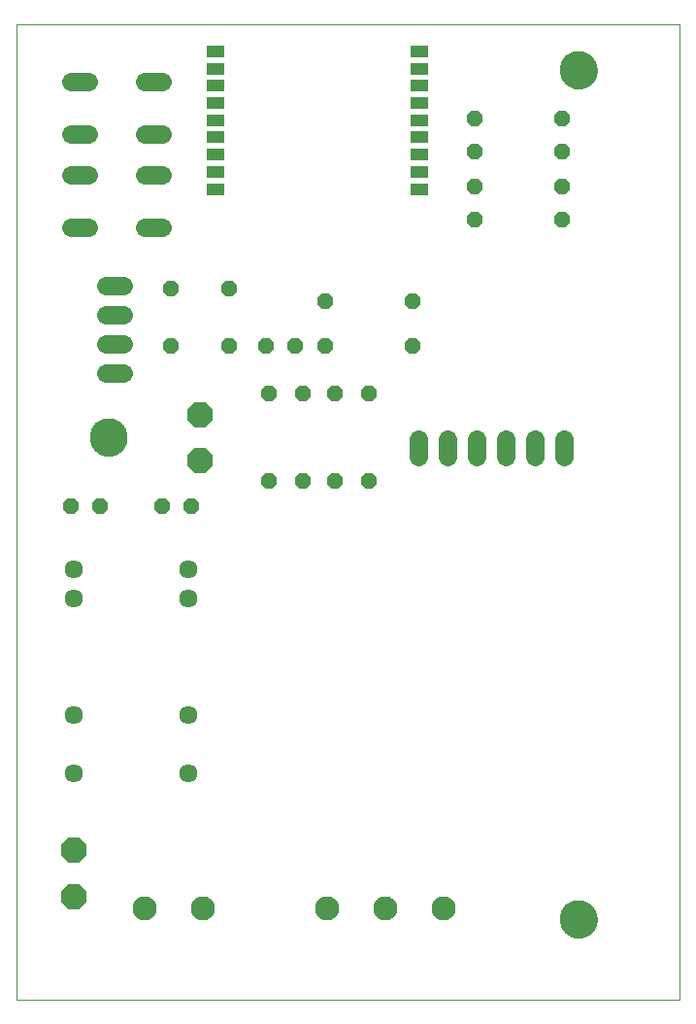
<source format=gts>
G75*
%MOIN*%
%OFA0B0*%
%FSLAX25Y25*%
%IPPOS*%
%LPD*%
%AMOC8*
5,1,8,0,0,1.08239X$1,22.5*
%
%ADD10C,0.00000*%
%ADD11C,0.12998*%
%ADD12C,0.06400*%
%ADD13C,0.08274*%
%ADD14R,0.06246X0.03943*%
%ADD15OC8,0.05600*%
%ADD16C,0.06337*%
%ADD17OC8,0.08900*%
D10*
X0001000Y0001000D02*
X0001000Y0335646D01*
X0228559Y0335646D01*
X0228559Y0001000D01*
X0001000Y0001000D01*
X0026197Y0193913D02*
X0026199Y0194071D01*
X0026205Y0194229D01*
X0026215Y0194387D01*
X0026229Y0194545D01*
X0026247Y0194702D01*
X0026268Y0194859D01*
X0026294Y0195015D01*
X0026324Y0195171D01*
X0026357Y0195326D01*
X0026395Y0195479D01*
X0026436Y0195632D01*
X0026481Y0195784D01*
X0026530Y0195935D01*
X0026583Y0196084D01*
X0026639Y0196232D01*
X0026699Y0196378D01*
X0026763Y0196523D01*
X0026831Y0196666D01*
X0026902Y0196808D01*
X0026976Y0196948D01*
X0027054Y0197085D01*
X0027136Y0197221D01*
X0027220Y0197355D01*
X0027309Y0197486D01*
X0027400Y0197615D01*
X0027495Y0197742D01*
X0027592Y0197867D01*
X0027693Y0197989D01*
X0027797Y0198108D01*
X0027904Y0198225D01*
X0028014Y0198339D01*
X0028127Y0198450D01*
X0028242Y0198559D01*
X0028360Y0198664D01*
X0028481Y0198766D01*
X0028604Y0198866D01*
X0028730Y0198962D01*
X0028858Y0199055D01*
X0028988Y0199145D01*
X0029121Y0199231D01*
X0029256Y0199315D01*
X0029392Y0199394D01*
X0029531Y0199471D01*
X0029672Y0199543D01*
X0029814Y0199613D01*
X0029958Y0199678D01*
X0030104Y0199740D01*
X0030251Y0199798D01*
X0030400Y0199853D01*
X0030550Y0199904D01*
X0030701Y0199951D01*
X0030853Y0199994D01*
X0031006Y0200033D01*
X0031161Y0200069D01*
X0031316Y0200100D01*
X0031472Y0200128D01*
X0031628Y0200152D01*
X0031785Y0200172D01*
X0031943Y0200188D01*
X0032100Y0200200D01*
X0032259Y0200208D01*
X0032417Y0200212D01*
X0032575Y0200212D01*
X0032733Y0200208D01*
X0032892Y0200200D01*
X0033049Y0200188D01*
X0033207Y0200172D01*
X0033364Y0200152D01*
X0033520Y0200128D01*
X0033676Y0200100D01*
X0033831Y0200069D01*
X0033986Y0200033D01*
X0034139Y0199994D01*
X0034291Y0199951D01*
X0034442Y0199904D01*
X0034592Y0199853D01*
X0034741Y0199798D01*
X0034888Y0199740D01*
X0035034Y0199678D01*
X0035178Y0199613D01*
X0035320Y0199543D01*
X0035461Y0199471D01*
X0035600Y0199394D01*
X0035736Y0199315D01*
X0035871Y0199231D01*
X0036004Y0199145D01*
X0036134Y0199055D01*
X0036262Y0198962D01*
X0036388Y0198866D01*
X0036511Y0198766D01*
X0036632Y0198664D01*
X0036750Y0198559D01*
X0036865Y0198450D01*
X0036978Y0198339D01*
X0037088Y0198225D01*
X0037195Y0198108D01*
X0037299Y0197989D01*
X0037400Y0197867D01*
X0037497Y0197742D01*
X0037592Y0197615D01*
X0037683Y0197486D01*
X0037772Y0197355D01*
X0037856Y0197221D01*
X0037938Y0197085D01*
X0038016Y0196948D01*
X0038090Y0196808D01*
X0038161Y0196666D01*
X0038229Y0196523D01*
X0038293Y0196378D01*
X0038353Y0196232D01*
X0038409Y0196084D01*
X0038462Y0195935D01*
X0038511Y0195784D01*
X0038556Y0195632D01*
X0038597Y0195479D01*
X0038635Y0195326D01*
X0038668Y0195171D01*
X0038698Y0195015D01*
X0038724Y0194859D01*
X0038745Y0194702D01*
X0038763Y0194545D01*
X0038777Y0194387D01*
X0038787Y0194229D01*
X0038793Y0194071D01*
X0038795Y0193913D01*
X0038793Y0193755D01*
X0038787Y0193597D01*
X0038777Y0193439D01*
X0038763Y0193281D01*
X0038745Y0193124D01*
X0038724Y0192967D01*
X0038698Y0192811D01*
X0038668Y0192655D01*
X0038635Y0192500D01*
X0038597Y0192347D01*
X0038556Y0192194D01*
X0038511Y0192042D01*
X0038462Y0191891D01*
X0038409Y0191742D01*
X0038353Y0191594D01*
X0038293Y0191448D01*
X0038229Y0191303D01*
X0038161Y0191160D01*
X0038090Y0191018D01*
X0038016Y0190878D01*
X0037938Y0190741D01*
X0037856Y0190605D01*
X0037772Y0190471D01*
X0037683Y0190340D01*
X0037592Y0190211D01*
X0037497Y0190084D01*
X0037400Y0189959D01*
X0037299Y0189837D01*
X0037195Y0189718D01*
X0037088Y0189601D01*
X0036978Y0189487D01*
X0036865Y0189376D01*
X0036750Y0189267D01*
X0036632Y0189162D01*
X0036511Y0189060D01*
X0036388Y0188960D01*
X0036262Y0188864D01*
X0036134Y0188771D01*
X0036004Y0188681D01*
X0035871Y0188595D01*
X0035736Y0188511D01*
X0035600Y0188432D01*
X0035461Y0188355D01*
X0035320Y0188283D01*
X0035178Y0188213D01*
X0035034Y0188148D01*
X0034888Y0188086D01*
X0034741Y0188028D01*
X0034592Y0187973D01*
X0034442Y0187922D01*
X0034291Y0187875D01*
X0034139Y0187832D01*
X0033986Y0187793D01*
X0033831Y0187757D01*
X0033676Y0187726D01*
X0033520Y0187698D01*
X0033364Y0187674D01*
X0033207Y0187654D01*
X0033049Y0187638D01*
X0032892Y0187626D01*
X0032733Y0187618D01*
X0032575Y0187614D01*
X0032417Y0187614D01*
X0032259Y0187618D01*
X0032100Y0187626D01*
X0031943Y0187638D01*
X0031785Y0187654D01*
X0031628Y0187674D01*
X0031472Y0187698D01*
X0031316Y0187726D01*
X0031161Y0187757D01*
X0031006Y0187793D01*
X0030853Y0187832D01*
X0030701Y0187875D01*
X0030550Y0187922D01*
X0030400Y0187973D01*
X0030251Y0188028D01*
X0030104Y0188086D01*
X0029958Y0188148D01*
X0029814Y0188213D01*
X0029672Y0188283D01*
X0029531Y0188355D01*
X0029392Y0188432D01*
X0029256Y0188511D01*
X0029121Y0188595D01*
X0028988Y0188681D01*
X0028858Y0188771D01*
X0028730Y0188864D01*
X0028604Y0188960D01*
X0028481Y0189060D01*
X0028360Y0189162D01*
X0028242Y0189267D01*
X0028127Y0189376D01*
X0028014Y0189487D01*
X0027904Y0189601D01*
X0027797Y0189718D01*
X0027693Y0189837D01*
X0027592Y0189959D01*
X0027495Y0190084D01*
X0027400Y0190211D01*
X0027309Y0190340D01*
X0027220Y0190471D01*
X0027136Y0190605D01*
X0027054Y0190741D01*
X0026976Y0190878D01*
X0026902Y0191018D01*
X0026831Y0191160D01*
X0026763Y0191303D01*
X0026699Y0191448D01*
X0026639Y0191594D01*
X0026583Y0191742D01*
X0026530Y0191891D01*
X0026481Y0192042D01*
X0026436Y0192194D01*
X0026395Y0192347D01*
X0026357Y0192500D01*
X0026324Y0192655D01*
X0026294Y0192811D01*
X0026268Y0192967D01*
X0026247Y0193124D01*
X0026229Y0193281D01*
X0026215Y0193439D01*
X0026205Y0193597D01*
X0026199Y0193755D01*
X0026197Y0193913D01*
X0187614Y0319898D02*
X0187616Y0320056D01*
X0187622Y0320214D01*
X0187632Y0320372D01*
X0187646Y0320530D01*
X0187664Y0320687D01*
X0187685Y0320844D01*
X0187711Y0321000D01*
X0187741Y0321156D01*
X0187774Y0321311D01*
X0187812Y0321464D01*
X0187853Y0321617D01*
X0187898Y0321769D01*
X0187947Y0321920D01*
X0188000Y0322069D01*
X0188056Y0322217D01*
X0188116Y0322363D01*
X0188180Y0322508D01*
X0188248Y0322651D01*
X0188319Y0322793D01*
X0188393Y0322933D01*
X0188471Y0323070D01*
X0188553Y0323206D01*
X0188637Y0323340D01*
X0188726Y0323471D01*
X0188817Y0323600D01*
X0188912Y0323727D01*
X0189009Y0323852D01*
X0189110Y0323974D01*
X0189214Y0324093D01*
X0189321Y0324210D01*
X0189431Y0324324D01*
X0189544Y0324435D01*
X0189659Y0324544D01*
X0189777Y0324649D01*
X0189898Y0324751D01*
X0190021Y0324851D01*
X0190147Y0324947D01*
X0190275Y0325040D01*
X0190405Y0325130D01*
X0190538Y0325216D01*
X0190673Y0325300D01*
X0190809Y0325379D01*
X0190948Y0325456D01*
X0191089Y0325528D01*
X0191231Y0325598D01*
X0191375Y0325663D01*
X0191521Y0325725D01*
X0191668Y0325783D01*
X0191817Y0325838D01*
X0191967Y0325889D01*
X0192118Y0325936D01*
X0192270Y0325979D01*
X0192423Y0326018D01*
X0192578Y0326054D01*
X0192733Y0326085D01*
X0192889Y0326113D01*
X0193045Y0326137D01*
X0193202Y0326157D01*
X0193360Y0326173D01*
X0193517Y0326185D01*
X0193676Y0326193D01*
X0193834Y0326197D01*
X0193992Y0326197D01*
X0194150Y0326193D01*
X0194309Y0326185D01*
X0194466Y0326173D01*
X0194624Y0326157D01*
X0194781Y0326137D01*
X0194937Y0326113D01*
X0195093Y0326085D01*
X0195248Y0326054D01*
X0195403Y0326018D01*
X0195556Y0325979D01*
X0195708Y0325936D01*
X0195859Y0325889D01*
X0196009Y0325838D01*
X0196158Y0325783D01*
X0196305Y0325725D01*
X0196451Y0325663D01*
X0196595Y0325598D01*
X0196737Y0325528D01*
X0196878Y0325456D01*
X0197017Y0325379D01*
X0197153Y0325300D01*
X0197288Y0325216D01*
X0197421Y0325130D01*
X0197551Y0325040D01*
X0197679Y0324947D01*
X0197805Y0324851D01*
X0197928Y0324751D01*
X0198049Y0324649D01*
X0198167Y0324544D01*
X0198282Y0324435D01*
X0198395Y0324324D01*
X0198505Y0324210D01*
X0198612Y0324093D01*
X0198716Y0323974D01*
X0198817Y0323852D01*
X0198914Y0323727D01*
X0199009Y0323600D01*
X0199100Y0323471D01*
X0199189Y0323340D01*
X0199273Y0323206D01*
X0199355Y0323070D01*
X0199433Y0322933D01*
X0199507Y0322793D01*
X0199578Y0322651D01*
X0199646Y0322508D01*
X0199710Y0322363D01*
X0199770Y0322217D01*
X0199826Y0322069D01*
X0199879Y0321920D01*
X0199928Y0321769D01*
X0199973Y0321617D01*
X0200014Y0321464D01*
X0200052Y0321311D01*
X0200085Y0321156D01*
X0200115Y0321000D01*
X0200141Y0320844D01*
X0200162Y0320687D01*
X0200180Y0320530D01*
X0200194Y0320372D01*
X0200204Y0320214D01*
X0200210Y0320056D01*
X0200212Y0319898D01*
X0200210Y0319740D01*
X0200204Y0319582D01*
X0200194Y0319424D01*
X0200180Y0319266D01*
X0200162Y0319109D01*
X0200141Y0318952D01*
X0200115Y0318796D01*
X0200085Y0318640D01*
X0200052Y0318485D01*
X0200014Y0318332D01*
X0199973Y0318179D01*
X0199928Y0318027D01*
X0199879Y0317876D01*
X0199826Y0317727D01*
X0199770Y0317579D01*
X0199710Y0317433D01*
X0199646Y0317288D01*
X0199578Y0317145D01*
X0199507Y0317003D01*
X0199433Y0316863D01*
X0199355Y0316726D01*
X0199273Y0316590D01*
X0199189Y0316456D01*
X0199100Y0316325D01*
X0199009Y0316196D01*
X0198914Y0316069D01*
X0198817Y0315944D01*
X0198716Y0315822D01*
X0198612Y0315703D01*
X0198505Y0315586D01*
X0198395Y0315472D01*
X0198282Y0315361D01*
X0198167Y0315252D01*
X0198049Y0315147D01*
X0197928Y0315045D01*
X0197805Y0314945D01*
X0197679Y0314849D01*
X0197551Y0314756D01*
X0197421Y0314666D01*
X0197288Y0314580D01*
X0197153Y0314496D01*
X0197017Y0314417D01*
X0196878Y0314340D01*
X0196737Y0314268D01*
X0196595Y0314198D01*
X0196451Y0314133D01*
X0196305Y0314071D01*
X0196158Y0314013D01*
X0196009Y0313958D01*
X0195859Y0313907D01*
X0195708Y0313860D01*
X0195556Y0313817D01*
X0195403Y0313778D01*
X0195248Y0313742D01*
X0195093Y0313711D01*
X0194937Y0313683D01*
X0194781Y0313659D01*
X0194624Y0313639D01*
X0194466Y0313623D01*
X0194309Y0313611D01*
X0194150Y0313603D01*
X0193992Y0313599D01*
X0193834Y0313599D01*
X0193676Y0313603D01*
X0193517Y0313611D01*
X0193360Y0313623D01*
X0193202Y0313639D01*
X0193045Y0313659D01*
X0192889Y0313683D01*
X0192733Y0313711D01*
X0192578Y0313742D01*
X0192423Y0313778D01*
X0192270Y0313817D01*
X0192118Y0313860D01*
X0191967Y0313907D01*
X0191817Y0313958D01*
X0191668Y0314013D01*
X0191521Y0314071D01*
X0191375Y0314133D01*
X0191231Y0314198D01*
X0191089Y0314268D01*
X0190948Y0314340D01*
X0190809Y0314417D01*
X0190673Y0314496D01*
X0190538Y0314580D01*
X0190405Y0314666D01*
X0190275Y0314756D01*
X0190147Y0314849D01*
X0190021Y0314945D01*
X0189898Y0315045D01*
X0189777Y0315147D01*
X0189659Y0315252D01*
X0189544Y0315361D01*
X0189431Y0315472D01*
X0189321Y0315586D01*
X0189214Y0315703D01*
X0189110Y0315822D01*
X0189009Y0315944D01*
X0188912Y0316069D01*
X0188817Y0316196D01*
X0188726Y0316325D01*
X0188637Y0316456D01*
X0188553Y0316590D01*
X0188471Y0316726D01*
X0188393Y0316863D01*
X0188319Y0317003D01*
X0188248Y0317145D01*
X0188180Y0317288D01*
X0188116Y0317433D01*
X0188056Y0317579D01*
X0188000Y0317727D01*
X0187947Y0317876D01*
X0187898Y0318027D01*
X0187853Y0318179D01*
X0187812Y0318332D01*
X0187774Y0318485D01*
X0187741Y0318640D01*
X0187711Y0318796D01*
X0187685Y0318952D01*
X0187664Y0319109D01*
X0187646Y0319266D01*
X0187632Y0319424D01*
X0187622Y0319582D01*
X0187616Y0319740D01*
X0187614Y0319898D01*
X0187614Y0028559D02*
X0187616Y0028717D01*
X0187622Y0028875D01*
X0187632Y0029033D01*
X0187646Y0029191D01*
X0187664Y0029348D01*
X0187685Y0029505D01*
X0187711Y0029661D01*
X0187741Y0029817D01*
X0187774Y0029972D01*
X0187812Y0030125D01*
X0187853Y0030278D01*
X0187898Y0030430D01*
X0187947Y0030581D01*
X0188000Y0030730D01*
X0188056Y0030878D01*
X0188116Y0031024D01*
X0188180Y0031169D01*
X0188248Y0031312D01*
X0188319Y0031454D01*
X0188393Y0031594D01*
X0188471Y0031731D01*
X0188553Y0031867D01*
X0188637Y0032001D01*
X0188726Y0032132D01*
X0188817Y0032261D01*
X0188912Y0032388D01*
X0189009Y0032513D01*
X0189110Y0032635D01*
X0189214Y0032754D01*
X0189321Y0032871D01*
X0189431Y0032985D01*
X0189544Y0033096D01*
X0189659Y0033205D01*
X0189777Y0033310D01*
X0189898Y0033412D01*
X0190021Y0033512D01*
X0190147Y0033608D01*
X0190275Y0033701D01*
X0190405Y0033791D01*
X0190538Y0033877D01*
X0190673Y0033961D01*
X0190809Y0034040D01*
X0190948Y0034117D01*
X0191089Y0034189D01*
X0191231Y0034259D01*
X0191375Y0034324D01*
X0191521Y0034386D01*
X0191668Y0034444D01*
X0191817Y0034499D01*
X0191967Y0034550D01*
X0192118Y0034597D01*
X0192270Y0034640D01*
X0192423Y0034679D01*
X0192578Y0034715D01*
X0192733Y0034746D01*
X0192889Y0034774D01*
X0193045Y0034798D01*
X0193202Y0034818D01*
X0193360Y0034834D01*
X0193517Y0034846D01*
X0193676Y0034854D01*
X0193834Y0034858D01*
X0193992Y0034858D01*
X0194150Y0034854D01*
X0194309Y0034846D01*
X0194466Y0034834D01*
X0194624Y0034818D01*
X0194781Y0034798D01*
X0194937Y0034774D01*
X0195093Y0034746D01*
X0195248Y0034715D01*
X0195403Y0034679D01*
X0195556Y0034640D01*
X0195708Y0034597D01*
X0195859Y0034550D01*
X0196009Y0034499D01*
X0196158Y0034444D01*
X0196305Y0034386D01*
X0196451Y0034324D01*
X0196595Y0034259D01*
X0196737Y0034189D01*
X0196878Y0034117D01*
X0197017Y0034040D01*
X0197153Y0033961D01*
X0197288Y0033877D01*
X0197421Y0033791D01*
X0197551Y0033701D01*
X0197679Y0033608D01*
X0197805Y0033512D01*
X0197928Y0033412D01*
X0198049Y0033310D01*
X0198167Y0033205D01*
X0198282Y0033096D01*
X0198395Y0032985D01*
X0198505Y0032871D01*
X0198612Y0032754D01*
X0198716Y0032635D01*
X0198817Y0032513D01*
X0198914Y0032388D01*
X0199009Y0032261D01*
X0199100Y0032132D01*
X0199189Y0032001D01*
X0199273Y0031867D01*
X0199355Y0031731D01*
X0199433Y0031594D01*
X0199507Y0031454D01*
X0199578Y0031312D01*
X0199646Y0031169D01*
X0199710Y0031024D01*
X0199770Y0030878D01*
X0199826Y0030730D01*
X0199879Y0030581D01*
X0199928Y0030430D01*
X0199973Y0030278D01*
X0200014Y0030125D01*
X0200052Y0029972D01*
X0200085Y0029817D01*
X0200115Y0029661D01*
X0200141Y0029505D01*
X0200162Y0029348D01*
X0200180Y0029191D01*
X0200194Y0029033D01*
X0200204Y0028875D01*
X0200210Y0028717D01*
X0200212Y0028559D01*
X0200210Y0028401D01*
X0200204Y0028243D01*
X0200194Y0028085D01*
X0200180Y0027927D01*
X0200162Y0027770D01*
X0200141Y0027613D01*
X0200115Y0027457D01*
X0200085Y0027301D01*
X0200052Y0027146D01*
X0200014Y0026993D01*
X0199973Y0026840D01*
X0199928Y0026688D01*
X0199879Y0026537D01*
X0199826Y0026388D01*
X0199770Y0026240D01*
X0199710Y0026094D01*
X0199646Y0025949D01*
X0199578Y0025806D01*
X0199507Y0025664D01*
X0199433Y0025524D01*
X0199355Y0025387D01*
X0199273Y0025251D01*
X0199189Y0025117D01*
X0199100Y0024986D01*
X0199009Y0024857D01*
X0198914Y0024730D01*
X0198817Y0024605D01*
X0198716Y0024483D01*
X0198612Y0024364D01*
X0198505Y0024247D01*
X0198395Y0024133D01*
X0198282Y0024022D01*
X0198167Y0023913D01*
X0198049Y0023808D01*
X0197928Y0023706D01*
X0197805Y0023606D01*
X0197679Y0023510D01*
X0197551Y0023417D01*
X0197421Y0023327D01*
X0197288Y0023241D01*
X0197153Y0023157D01*
X0197017Y0023078D01*
X0196878Y0023001D01*
X0196737Y0022929D01*
X0196595Y0022859D01*
X0196451Y0022794D01*
X0196305Y0022732D01*
X0196158Y0022674D01*
X0196009Y0022619D01*
X0195859Y0022568D01*
X0195708Y0022521D01*
X0195556Y0022478D01*
X0195403Y0022439D01*
X0195248Y0022403D01*
X0195093Y0022372D01*
X0194937Y0022344D01*
X0194781Y0022320D01*
X0194624Y0022300D01*
X0194466Y0022284D01*
X0194309Y0022272D01*
X0194150Y0022264D01*
X0193992Y0022260D01*
X0193834Y0022260D01*
X0193676Y0022264D01*
X0193517Y0022272D01*
X0193360Y0022284D01*
X0193202Y0022300D01*
X0193045Y0022320D01*
X0192889Y0022344D01*
X0192733Y0022372D01*
X0192578Y0022403D01*
X0192423Y0022439D01*
X0192270Y0022478D01*
X0192118Y0022521D01*
X0191967Y0022568D01*
X0191817Y0022619D01*
X0191668Y0022674D01*
X0191521Y0022732D01*
X0191375Y0022794D01*
X0191231Y0022859D01*
X0191089Y0022929D01*
X0190948Y0023001D01*
X0190809Y0023078D01*
X0190673Y0023157D01*
X0190538Y0023241D01*
X0190405Y0023327D01*
X0190275Y0023417D01*
X0190147Y0023510D01*
X0190021Y0023606D01*
X0189898Y0023706D01*
X0189777Y0023808D01*
X0189659Y0023913D01*
X0189544Y0024022D01*
X0189431Y0024133D01*
X0189321Y0024247D01*
X0189214Y0024364D01*
X0189110Y0024483D01*
X0189009Y0024605D01*
X0188912Y0024730D01*
X0188817Y0024857D01*
X0188726Y0024986D01*
X0188637Y0025117D01*
X0188553Y0025251D01*
X0188471Y0025387D01*
X0188393Y0025524D01*
X0188319Y0025664D01*
X0188248Y0025806D01*
X0188180Y0025949D01*
X0188116Y0026094D01*
X0188056Y0026240D01*
X0188000Y0026388D01*
X0187947Y0026537D01*
X0187898Y0026688D01*
X0187853Y0026840D01*
X0187812Y0026993D01*
X0187774Y0027146D01*
X0187741Y0027301D01*
X0187711Y0027457D01*
X0187685Y0027613D01*
X0187664Y0027770D01*
X0187646Y0027927D01*
X0187632Y0028085D01*
X0187622Y0028243D01*
X0187616Y0028401D01*
X0187614Y0028559D01*
D11*
X0193913Y0028559D03*
X0032496Y0193913D03*
X0193913Y0319898D03*
D12*
X0189031Y0193370D02*
X0189031Y0187370D01*
X0179031Y0187370D02*
X0179031Y0193370D01*
X0169031Y0193370D02*
X0169031Y0187370D01*
X0159031Y0187370D02*
X0159031Y0193370D01*
X0149031Y0193370D02*
X0149031Y0187370D01*
X0139031Y0187370D02*
X0139031Y0193370D01*
X0051111Y0266076D02*
X0045111Y0266076D01*
X0045111Y0283876D02*
X0051111Y0283876D01*
X0051111Y0298006D02*
X0045111Y0298006D01*
X0045111Y0315806D02*
X0051111Y0315806D01*
X0025511Y0315806D02*
X0019511Y0315806D01*
X0019511Y0298006D02*
X0025511Y0298006D01*
X0025511Y0283876D02*
X0019511Y0283876D01*
X0019511Y0266076D02*
X0025511Y0266076D01*
X0031661Y0246118D02*
X0037661Y0246118D01*
X0037661Y0236118D02*
X0031661Y0236118D01*
X0031661Y0226118D02*
X0037661Y0226118D01*
X0037661Y0216118D02*
X0031661Y0216118D01*
D13*
X0045051Y0032358D03*
X0065051Y0032358D03*
X0107728Y0032358D03*
X0127728Y0032358D03*
X0147728Y0032358D03*
D14*
X0139317Y0279091D03*
X0139317Y0284996D03*
X0139317Y0290902D03*
X0139317Y0296807D03*
X0139317Y0302713D03*
X0139317Y0308618D03*
X0139317Y0314524D03*
X0139317Y0320429D03*
X0139317Y0326335D03*
X0069297Y0326335D03*
X0069297Y0320429D03*
X0069297Y0314524D03*
X0069297Y0308618D03*
X0069297Y0302713D03*
X0069297Y0296807D03*
X0069297Y0290902D03*
X0069297Y0284996D03*
X0069297Y0279091D03*
D15*
X0073992Y0245094D03*
X0073992Y0225409D03*
X0086551Y0225409D03*
X0087614Y0208913D03*
X0096551Y0225409D03*
X0107024Y0225409D03*
X0110213Y0208913D03*
X0099425Y0208913D03*
X0099425Y0178913D03*
X0110213Y0178913D03*
X0122024Y0178913D03*
X0122024Y0208913D03*
X0137024Y0225409D03*
X0137024Y0240685D03*
X0158205Y0268717D03*
X0158205Y0280055D03*
X0158205Y0291866D03*
X0158205Y0303362D03*
X0188205Y0303362D03*
X0188205Y0291866D03*
X0188205Y0280055D03*
X0188205Y0268717D03*
X0107024Y0240685D03*
X0087614Y0178913D03*
X0061118Y0170291D03*
X0051118Y0170291D03*
X0029622Y0170291D03*
X0019622Y0170291D03*
X0053992Y0225409D03*
X0053992Y0245094D03*
D16*
X0059878Y0148618D03*
X0059878Y0138618D03*
X0059878Y0098618D03*
X0059878Y0078618D03*
X0020567Y0078618D03*
X0020567Y0098618D03*
X0020567Y0138618D03*
X0020567Y0148618D03*
D17*
X0063992Y0186039D03*
X0063992Y0201787D03*
X0020685Y0052181D03*
X0020685Y0036433D03*
M02*

</source>
